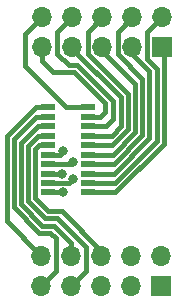
<source format=gbr>
%TF.GenerationSoftware,KiCad,Pcbnew,(5.99.0-2820-g96f4e8f6f)*%
%TF.CreationDate,2020-10-02T17:31:35+02:00*%
%TF.ProjectId,dbg_connect_cable,6462675f-636f-46e6-9e65-63745f636162,rev?*%
%TF.SameCoordinates,Original*%
%TF.FileFunction,Copper,L1,Top*%
%TF.FilePolarity,Positive*%
%FSLAX46Y46*%
G04 Gerber Fmt 4.6, Leading zero omitted, Abs format (unit mm)*
G04 Created by KiCad (PCBNEW (5.99.0-2820-g96f4e8f6f)) date 2020-10-02 17:31:35*
%MOMM*%
%LPD*%
G01*
G04 APERTURE LIST*
%TA.AperFunction,SMDPad,CuDef*%
%ADD10R,1.200000X0.500000*%
%TD*%
%TA.AperFunction,ComponentPad*%
%ADD11R,1.700000X1.700000*%
%TD*%
%TA.AperFunction,ComponentPad*%
%ADD12O,1.700000X1.700000*%
%TD*%
%TA.AperFunction,ViaPad*%
%ADD13C,0.800000*%
%TD*%
%TA.AperFunction,Conductor*%
%ADD14C,0.400000*%
%TD*%
G04 APERTURE END LIST*
D10*
%TO.P,J3,1,Pin_1*%
%TO.N,/A1*%
X143700000Y-92600000D03*
%TO.P,J3,2,Pin_2*%
%TO.N,/B1*%
X140300000Y-92600000D03*
%TO.P,J3,3,Pin_3*%
%TO.N,/A2*%
X143700000Y-91800000D03*
%TO.P,J3,4,Pin_4*%
%TO.N,/B2*%
X140300000Y-91800000D03*
%TO.P,J3,5,Pin_5*%
%TO.N,/A3*%
X143700000Y-91000000D03*
%TO.P,J3,6,Pin_6*%
%TO.N,/B3*%
X140300000Y-91000000D03*
%TO.P,J3,7,Pin_7*%
%TO.N,/A4*%
X143700000Y-90200000D03*
%TO.P,J3,8,Pin_8*%
%TO.N,/B4*%
X140300000Y-90200000D03*
%TO.P,J3,9,Pin_9*%
%TO.N,/A5*%
X143700000Y-89400000D03*
%TO.P,J3,10,Pin_10*%
%TO.N,/B5*%
X140300000Y-89400000D03*
%TO.P,J3,11,Pin_11*%
%TO.N,/A6*%
X143700000Y-88600000D03*
%TO.P,J3,12,Pin_12*%
%TO.N,/B6*%
X140300000Y-88600000D03*
%TO.P,J3,13,Pin_13*%
%TO.N,/A7*%
X143700000Y-87800000D03*
%TO.P,J3,14,Pin_14*%
%TO.N,/B7*%
X140300000Y-87800000D03*
%TO.P,J3,15,Pin_15*%
%TO.N,/A8*%
X143700000Y-87000000D03*
%TO.P,J3,16,Pin_16*%
%TO.N,/B8*%
X140300000Y-87000000D03*
%TO.P,J3,17,Pin_17*%
%TO.N,/A9*%
X143700000Y-86200000D03*
%TO.P,J3,18,Pin_18*%
%TO.N,/B9*%
X140300000Y-86200000D03*
%TO.P,J3,19,Pin_19*%
%TO.N,/A10*%
X143700000Y-85400000D03*
%TO.P,J3,20,Pin_20*%
%TO.N,/B10*%
X140300000Y-85400000D03*
%TD*%
D11*
%TO.P,J2,1,Pin_1*%
%TO.N,/A1*%
X150000000Y-80300000D03*
D12*
%TO.P,J2,2,Pin_2*%
%TO.N,/A2*%
X150000000Y-77760000D03*
%TO.P,J2,3,Pin_3*%
%TO.N,/A3*%
X147460000Y-80300000D03*
%TO.P,J2,4,Pin_4*%
%TO.N,/A4*%
X147460000Y-77760000D03*
%TO.P,J2,5,Pin_5*%
%TO.N,/A5*%
X144920000Y-80300000D03*
%TO.P,J2,6,Pin_6*%
%TO.N,/A6*%
X144920000Y-77760000D03*
%TO.P,J2,7,Pin_7*%
%TO.N,/A7*%
X142380000Y-80300000D03*
%TO.P,J2,8,Pin_8*%
%TO.N,/A8*%
X142380000Y-77760000D03*
%TO.P,J2,9,Pin_9*%
%TO.N,/A9*%
X139840000Y-80300000D03*
%TO.P,J2,10,Pin_10*%
%TO.N,/A10*%
X139840000Y-77760000D03*
%TD*%
D11*
%TO.P,J1,1,Pin_1*%
%TO.N,/B1*%
X149900000Y-100500000D03*
D12*
%TO.P,J1,2,Pin_2*%
%TO.N,/B2*%
X149900000Y-97960000D03*
%TO.P,J1,3,Pin_3*%
%TO.N,/B3*%
X147360000Y-100500000D03*
%TO.P,J1,4,Pin_4*%
%TO.N,/B4*%
X147360000Y-97960000D03*
%TO.P,J1,5,Pin_5*%
%TO.N,/B5*%
X144820000Y-100500000D03*
%TO.P,J1,6,Pin_6*%
%TO.N,/B6*%
X144820000Y-97960000D03*
%TO.P,J1,7,Pin_7*%
%TO.N,/B7*%
X142280000Y-100500000D03*
%TO.P,J1,8,Pin_8*%
%TO.N,/B8*%
X142280000Y-97960000D03*
%TO.P,J1,9,Pin_9*%
%TO.N,/B9*%
X139740000Y-100500000D03*
%TO.P,J1,10,Pin_10*%
%TO.N,/B10*%
X139740000Y-97960000D03*
%TD*%
D13*
%TO.N,/B2*%
X142400000Y-91500000D03*
%TO.N,/B1*%
X141600000Y-92600000D03*
%TO.N,/B5*%
X141600000Y-89100000D03*
%TO.N,/B4*%
X142400000Y-90000000D03*
%TO.N,/B3*%
X141500000Y-91000000D03*
%TD*%
D14*
%TO.N,/A10*%
X141870002Y-85400000D02*
X138400000Y-81929998D01*
X143700000Y-85400000D02*
X141870002Y-85400000D01*
X138400000Y-81929998D02*
X138400000Y-79200000D01*
X138400000Y-79200000D02*
X139840000Y-77760000D01*
%TO.N,/A8*%
X142048532Y-81799989D02*
X141100000Y-80851457D01*
X143700000Y-87000000D02*
X145200000Y-87000000D01*
X142748532Y-81799989D02*
X142048532Y-81799989D01*
X145800000Y-84851457D02*
X142748532Y-81799989D01*
X145800000Y-86400000D02*
X145800000Y-84851457D01*
X145200000Y-87000000D02*
X145800000Y-86400000D01*
X141100000Y-80851457D02*
X141100000Y-79040000D01*
X141100000Y-79040000D02*
X142380000Y-77760000D01*
%TO.N,/A2*%
X149499989Y-82108732D02*
X148710001Y-81318744D01*
%TO.N,/A3*%
X147460000Y-80300000D02*
X147460000Y-80917285D01*
X148899978Y-82357263D02*
X148899978Y-88002938D01*
%TO.N,/A4*%
X145854374Y-90200000D02*
X148299967Y-87754407D01*
X148299967Y-83005795D02*
X146209999Y-80915827D01*
%TO.N,/A2*%
X149499989Y-88251469D02*
X149499989Y-82108732D01*
%TO.N,/A1*%
X150100000Y-80400000D02*
X150100000Y-88500000D01*
%TO.N,/A2*%
X148710001Y-79049999D02*
X150000000Y-77760000D01*
%TO.N,/A3*%
X148899978Y-88002938D02*
X145902916Y-91000000D01*
%TO.N,/A2*%
X148710001Y-81318744D02*
X148710001Y-79049999D01*
%TO.N,/A4*%
X143700000Y-90200000D02*
X145854374Y-90200000D01*
X148299967Y-87754407D02*
X148299967Y-83005795D01*
X146209999Y-80915827D02*
X146209999Y-79010001D01*
%TO.N,/A2*%
X145951458Y-91800000D02*
X149499989Y-88251469D01*
%TO.N,/A6*%
X143669999Y-79010001D02*
X144920000Y-77760000D01*
%TO.N,/A1*%
X150100000Y-88500000D02*
X146000000Y-92600000D01*
%TO.N,/A7*%
X142380000Y-80300000D02*
X142380000Y-80431457D01*
%TO.N,/A1*%
X150000000Y-80300000D02*
X150100000Y-80400000D01*
%TO.N,/A6*%
X143700000Y-88600000D02*
X145757290Y-88600000D01*
%TO.N,/A7*%
X142380000Y-80431457D02*
X146499934Y-84551391D01*
%TO.N,/A6*%
X147099945Y-84302859D02*
X143669999Y-80872913D01*
%TO.N,/A7*%
X145708748Y-87800000D02*
X143700000Y-87800000D01*
%TO.N,/A2*%
X143700000Y-91800000D02*
X145951458Y-91800000D01*
%TO.N,/A5*%
X147699956Y-87505876D02*
X145805832Y-89400000D01*
%TO.N,/A6*%
X147099945Y-87257345D02*
X147099945Y-84302859D01*
%TO.N,/A7*%
X146499934Y-87008814D02*
X145708748Y-87800000D01*
%TO.N,/A4*%
X146209999Y-79010001D02*
X147460000Y-77760000D01*
%TO.N,/A3*%
X147460000Y-80917285D02*
X148899978Y-82357263D01*
X145902916Y-91000000D02*
X143700000Y-91000000D01*
%TO.N,/A6*%
X143669999Y-80872913D02*
X143669999Y-79010001D01*
%TO.N,/A7*%
X146499934Y-84551391D02*
X146499934Y-87008814D01*
%TO.N,/A5*%
X147699956Y-83399956D02*
X147699956Y-87505876D01*
%TO.N,/A6*%
X145757290Y-88600000D02*
X147099945Y-87257345D01*
%TO.N,/A5*%
X145805832Y-89400000D02*
X143700000Y-89400000D01*
X144920000Y-80300000D02*
X144920000Y-80620000D01*
X144920000Y-80620000D02*
X147699956Y-83399956D01*
%TO.N,/A1*%
X146000000Y-92600000D02*
X143700000Y-92600000D01*
%TO.N,/A9*%
X145100000Y-85800000D02*
X145100000Y-85000000D01*
X139840000Y-81502081D02*
X139840000Y-80300000D01*
X143700000Y-86200000D02*
X144700000Y-86200000D01*
X144700000Y-86200000D02*
X145100000Y-85800000D01*
X142500000Y-82400000D02*
X140737919Y-82400000D01*
X145100000Y-85000000D02*
X142500000Y-82400000D01*
X140737919Y-82400000D02*
X139840000Y-81502081D01*
%TO.N,/B9*%
X137399972Y-93845596D02*
X137399972Y-88100028D01*
X139554404Y-96000030D02*
X137399972Y-93845596D01*
X140990001Y-96490001D02*
X140500030Y-96000030D01*
X140500030Y-96000030D02*
X139554404Y-96000030D01*
X139740000Y-100500000D02*
X140990001Y-99249999D01*
X140990001Y-99249999D02*
X140990001Y-96490001D01*
X137399972Y-88100028D02*
X139300000Y-86200000D01*
X139300000Y-86200000D02*
X140300000Y-86200000D01*
%TO.N,/B8*%
X140821480Y-95400020D02*
X142280000Y-96858540D01*
X139802936Y-95400020D02*
X140821480Y-95400020D01*
X137999980Y-88432934D02*
X137999982Y-93597066D01*
X137999982Y-93597066D02*
X139802936Y-95400020D01*
X140300000Y-87000000D02*
X139432912Y-87000000D01*
X139432912Y-87000000D02*
X137999980Y-88432934D01*
X142280000Y-96858540D02*
X142280000Y-97960000D01*
%TO.N,/B6*%
X141500000Y-94200000D02*
X144820000Y-97520000D01*
X140300000Y-94200000D02*
X141500000Y-94200000D01*
X139529998Y-88600000D02*
X139200000Y-88929998D01*
X139200000Y-93100000D02*
X140300000Y-94200000D01*
X139200000Y-88929998D02*
X139200000Y-93100000D01*
X140300000Y-88600000D02*
X139529998Y-88600000D01*
X144820000Y-97520000D02*
X144820000Y-97960000D01*
%TO.N,/B7*%
X140051468Y-94800010D02*
X141070012Y-94800010D01*
X138599991Y-93348533D02*
X140051468Y-94800010D01*
X139481455Y-87800000D02*
X138599990Y-88681466D01*
X141070012Y-94800010D02*
X143530001Y-97259999D01*
X138599990Y-88681466D02*
X138599991Y-93348533D01*
X140300000Y-87800000D02*
X139481455Y-87800000D01*
X143530001Y-97259999D02*
X143530001Y-99249999D01*
X143530001Y-99249999D02*
X142280000Y-100500000D01*
%TO.N,/B10*%
X139251458Y-85400000D02*
X136799962Y-87851496D01*
X140300000Y-85400000D02*
X139251458Y-85400000D01*
X136799962Y-87851496D02*
X136799962Y-95019962D01*
X136799962Y-95019962D02*
X139740000Y-97960000D01*
%TO.N,/B5*%
X141600000Y-89100000D02*
X141300000Y-89400000D01*
X141300000Y-89400000D02*
X140300000Y-89400000D01*
%TO.N,/B4*%
X140300000Y-90200000D02*
X142300000Y-90200000D01*
X142300000Y-90200000D02*
X142500000Y-90000000D01*
%TO.N,/B3*%
X141400000Y-91000000D02*
X140300000Y-91000000D01*
%TO.N,/B2*%
X142400000Y-91500000D02*
X142100000Y-91800000D01*
X142100000Y-91800000D02*
X140300000Y-91800000D01*
%TO.N,/B1*%
X140300000Y-92600000D02*
X141600000Y-92600000D01*
%TO.N,/B2*%
X140300000Y-91800000D02*
X141700000Y-91800000D01*
%TD*%
M02*

</source>
